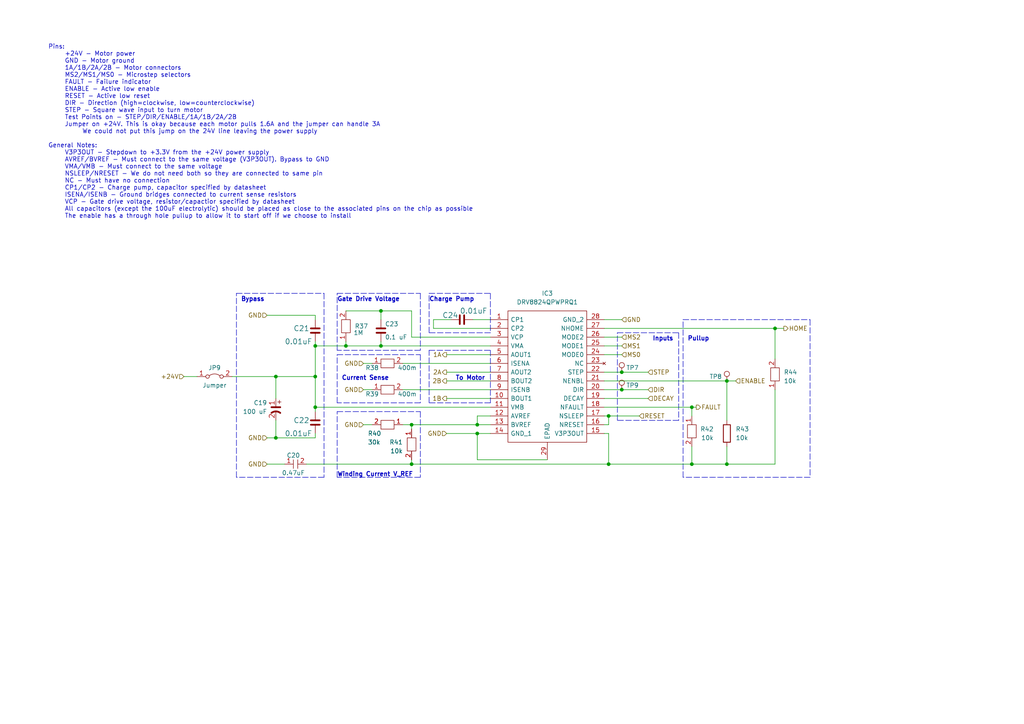
<source format=kicad_sch>
(kicad_sch (version 20211123) (generator eeschema)
  (paper "A4")
  (title_block (title "Stepper Subsystem") (company "The Great Gambit"))
  (lib_symbols
    (symbol "5010:5010"
      (property "Reference" "TP" (at 2.032 0.762 0))
      (symbol "5010_0_1"
        (circle (center 0 2.032) (radius 0.762))
      )
      (symbol "5010_1_1"
        (pin passive line (at 0 0 90) (length 1.27) (name "") (number ""))
      )
    )
    (symbol "860020573008:860020573008860020573008"
      (property "Reference" "C" (at 0 0 0))
      (property "Value" "860020573008860020573008" (at 0 -6.35 0))
      (symbol "860020573008860020573008_0_1"
        (polyline (pts (xy -3.302 -3.556) (xy -2.286 -3.556)))
        (polyline (pts (xy -2.794 -4.064) (xy -2.794 -3.048)))
        (arc (start 0.381 -1.27) (mid -0.0571 -2.54) (end 0.381 -3.81) (stroke (width 0.508)))
      )
      (symbol "860020573008860020573008_1_1"
        (polyline (pts (xy -1.27 -3.81) (xy -1.27 -1.27)) (stroke (width 0.508)))
        (pin passive line (at -3.81 -2.54 0) (length 2.54) (name "") (number "1"))
        (pin passive line (at 2.54 -2.54 180) (length 2.54) (name "") (number "2"))
      )
    )
    (symbol "C1812X474K2RACAUTO:C1812X474K2RACAUTO" (pin_names (offset 0.762))
      (property "Reference" "C" (at 8.89 6.35 0))
      (property "Value" "C1812X474K2RACAUTO" (at 8.89 3.81 0))
      (symbol "C1812X474K2RACAUTO_0_0"
        (pin passive line (at 0 0 0) (length 2.45) (name "~") (number "1"))
        (pin passive line (at 6.35 0 180) (length 2.45) (name "~") (number "2"))
      )
      (symbol "C1812X474K2RACAUTO_0_1"
        (polyline (pts (xy 2.54 1.27) (xy 2.54 -1.27)) (stroke (width 0.1524)))
        (polyline (pts (xy 3.81 1.27) (xy 3.81 -1.27)) (stroke (width 0.1524)))
      )
    )
    (symbol "CK05BX103K:0.01uF" (pin_numbers hide) (pin_names (offset 1.651) hide)
      (property "Reference" "C" (at 3.81 3.81 0))
      (property "Value" "0.01uF" (at 3.81 -7.62 0))
      (symbol "0.01uF_1_1"
        (polyline (pts (xy 2.54 -1.27) (xy 2.54 1.27)) (stroke (width 0.508)))
        (polyline (pts (xy 3.81 -1.27) (xy 3.81 1.27)) (stroke (width 0.508)))
        (pin passive line (at 0 0 0) (length 2.54) (name "1") (number "1"))
        (pin passive line (at 6.35 0 180) (length 2.54) (name "2") (number "2"))
      )
    )
    (symbol "CL10B104KB8NNC:CL10B104KB8NNNC" (pin_numbers hide) (pin_names (offset 1.651) hide)
      (property "Reference" "C" (at 3.81 2.54 0))
      (property "Value" "CL10B104KB8NNNC" (at 3.81 -7.62 0))
      (symbol "CL10B104KB8NNNC_1_1"
        (polyline (pts (xy 2.54 -1.27) (xy 2.54 1.27)) (stroke (width 0.508)))
        (polyline (pts (xy 3.81 -1.27) (xy 3.81 1.27)) (stroke (width 0.508)))
        (pin passive line (at 0 0 0) (length 2.54) (name "1") (number "1"))
        (pin passive line (at 6.35 0 180) (length 2.54) (name "2") (number "2"))
      )
    )
    (symbol "DRV8824QPWPRQ1:DRV8824QPWPRQ1" (pin_names (offset 0.762))
      (property "Reference" "IC" (at 29.21 7.62 0))
      (property "Value" "DRV8824QPWPRQ1" (at 29.21 5.08 0))
      (symbol "DRV8824QPWPRQ1_0_0"
        (pin passive line (at 0 0 0) (length 5.08) (name "CP1") (number "1"))
        (pin passive line (at 0 -22.86 0) (length 5.08) (name "BOUT1") (number "10"))
        (pin passive line (at 0 -25.4 0) (length 5.08) (name "VMB") (number "11"))
        (pin passive line (at 0 -27.94 0) (length 5.08) (name "AVREF") (number "12"))
        (pin passive line (at 0 -30.48 0) (length 5.08) (name "BVREF") (number "13"))
        (pin passive line (at 0 -33.02 0) (length 5.08) (name "GND_1") (number "14"))
        (pin passive line (at 33.02 -33.02 180) (length 5.08) (name "V3P3OUT") (number "15"))
        (pin passive line (at 33.02 -30.48 180) (length 5.08) (name "NRESET") (number "16"))
        (pin passive line (at 33.02 -27.94 180) (length 5.08) (name "NSLEEP") (number "17"))
        (pin passive line (at 33.02 -25.4 180) (length 5.08) (name "NFAULT") (number "18"))
        (pin passive line (at 33.02 -22.86 180) (length 5.08) (name "DECAY") (number "19"))
        (pin passive line (at 0 -2.54 0) (length 5.08) (name "CP2") (number "2"))
        (pin passive line (at 33.02 -20.32 180) (length 5.08) (name "DIR") (number "20"))
        (pin passive line (at 33.02 -17.78 180) (length 5.08) (name "NENBL") (number "21"))
        (pin passive line (at 33.02 -15.24 180) (length 5.08) (name "STEP") (number "22"))
        (pin no_connect line (at 33.02 -12.7 180) (length 5.08) (name "NC") (number "23"))
        (pin passive line (at 33.02 -10.16 180) (length 5.08) (name "MODE0") (number "24"))
        (pin passive line (at 33.02 -7.62 180) (length 5.08) (name "MODE1") (number "25"))
        (pin passive line (at 33.02 -5.08 180) (length 5.08) (name "MODE2") (number "26"))
        (pin passive line (at 33.02 -2.54 180) (length 5.08) (name "NHOME") (number "27"))
        (pin passive line (at 33.02 0 180) (length 5.08) (name "GND_2") (number "28"))
        (pin passive line (at 16.51 -40.64 90) (length 5.08) (name "EPAD") (number "29"))
        (pin passive line (at 0 -5.08 0) (length 5.08) (name "VCP") (number "3"))
        (pin passive line (at 0 -7.62 0) (length 5.08) (name "VMA") (number "4"))
        (pin passive line (at 0 -10.16 0) (length 5.08) (name "AOUT1") (number "5"))
        (pin passive line (at 0 -12.7 0) (length 5.08) (name "ISENA") (number "6"))
        (pin passive line (at 0 -15.24 0) (length 5.08) (name "AOUT2") (number "7"))
        (pin passive line (at 0 -17.78 0) (length 5.08) (name "BOUT2") (number "8"))
        (pin passive line (at 0 -20.32 0) (length 5.08) (name "ISENB") (number "9"))
      )
      (symbol "DRV8824QPWPRQ1_0_1"
        (polyline (pts (xy 5.08 2.54) (xy 27.94 2.54) (xy 27.94 -35.56) (xy 5.08 -35.56) (xy 5.08 2.54)) (stroke (width 0.1524)))
      )
    )
    (symbol "Device:R" (pin_numbers hide) (pin_names (offset 0))
      (property "Reference" "R" (at 2.032 0 90))
      (property "Value" "R" (at 0 0 90))
      (symbol "R_0_1"
        (rectangle (start -1.016 -2.54) (end 1.016 2.54) (stroke (width 0.254)))
      )
      (symbol "R_1_1"
        (pin passive line (at 0 3.81 270) (length 1.27) (name "~") (number "1"))
        (pin passive line (at 0 -3.81 90) (length 1.27) (name "~") (number "2"))
      )
    )
    (symbol "ERJ-PB6B3002V:ERJ-PB6B3002V" (pin_names (offset 0.762))
      (property "Reference" "R" (at 13.97 6.35 0))
      (property "Value" "ERJ-PB6B3002V" (at 13.97 3.81 0))
      (symbol "ERJ-PB6B3002V_0_0"
        (pin passive line (at 0 0 0) (length 2.45) (name "~") (number "1"))
        (pin passive line (at 8.89 0 180) (length 2.45) (name "~") (number "2"))
      )
      (symbol "ERJ-PB6B3002V_0_1"
        (polyline (pts (xy 2.54 1.27) (xy 6.35 1.27) (xy 6.35 -1.27) (xy 2.54 -1.27) (xy 2.54 1.27)) (stroke (width 0.1524)))
      )
    )
    (symbol "PH1-02-UA:PH1-02-UA"
      (property "Reference" "JP" (at 0 0 0))
      (property "Value" "PH1-02-UA" (at 0 0 0))
      (symbol "PH1-02-UA_0_0"
        (circle (center -2.032 2.54) (radius 0.508))
        (circle (center 2.032 2.54) (radius 0.508))
      )
      (symbol "PH1-02-UA_0_1"
        (arc (start 1.524 2.794) (mid 0 3.302) (end -1.524 2.794))
      )
      (symbol "PH1-02-UA_1_1"
        (pin passive line (at -5.08 2.54 0) (length 2.54) (name "") (number "1"))
        (pin passive line (at 5.08 2.54 180) (length 2.54) (name "") (number "2"))
      )
    )
    (symbol "RMCF1206FT10K0:10k" (pin_names (offset 0.762))
      (property "Reference" "R" (at 13.97 6.35 0))
      (property "Value" "10k" (at 13.97 3.81 0))
      (symbol "10k_0_0"
        (pin passive line (at 0 0 0) (length 2.45) (name "~") (number "1"))
        (pin passive line (at 8.89 0 180) (length 2.45) (name "~") (number "2"))
      )
      (symbol "10k_0_1"
        (polyline (pts (xy 2.54 1.27) (xy 6.35 1.27) (xy 6.35 -1.27) (xy 2.54 -1.27) (xy 2.54 1.27)) (stroke (width 0.1524)))
      )
    )
    (symbol "TNPV08051M00BEEA:TNPV08051M00BEEA" (pin_names (offset 0.762))
      (property "Reference" "R" (at 13.97 6.35 0))
      (symbol "TNPV08051M00BEEA_0_0"
        (pin passive line (at 0 0 0) (length 2.45) (name "~") (number "1"))
        (pin passive line (at 8.89 0 180) (length 2.45) (name "~") (number "2"))
      )
      (symbol "TNPV08051M00BEEA_0_1"
        (polyline (pts (xy 2.54 1.27) (xy 6.35 1.27) (xy 6.35 -1.27) (xy 2.54 -1.27) (xy 2.54 1.27)) (stroke (width 0.1524)))
      )
    )
    (symbol "WSL2010R4000FEA:WSL2010R4000FEA" (pin_names (offset 0.762))
      (property "Reference" "R" (at 13.97 6.35 0))
      (property "Value" "WSL2010R4000FEA" (at 13.97 3.81 0))
      (symbol "WSL2010R4000FEA_0_0"
        (pin passive line (at 0 0 0) (length 2.45) (name "~") (number "1"))
        (pin passive line (at 8.89 0 180) (length 2.45) (name "~") (number "2"))
      )
      (symbol "WSL2010R4000FEA_0_1"
        (polyline (pts (xy 2.54 1.27) (xy 6.35 1.27) (xy 6.35 -1.27) (xy 2.54 -1.27) (xy 2.54 1.27)) (stroke (width 0.1524)))
      )
    )
  )
  (junction (at 110.49 90.17))
  (junction (at 80.01 127))
  (junction (at 119.38 134.62))
  (junction (at 176.53 134.62))
  (junction (at 91.44 100.33))
  (junction (at 224.79 95.25))
  (junction (at 210.82 134.62))
  (junction (at 119.38 123.19))
  (junction (at 180.34 107.95))
  (junction (at 200.66 134.62))
  (junction (at 91.44 109.22))
  (junction (at 91.44 118.11))
  (junction (at 200.66 118.11))
  (junction (at 176.53 120.65))
  (junction (at 138.43 125.73))
  (junction (at 100.33 100.33))
  (junction (at 138.43 123.19))
  (junction (at 80.01 109.22))
  (junction (at 210.82 110.49))
  (junction (at 180.34 113.03))
  (junction (at 110.49 100.33))
  (wire (pts (xy 119.38 133.35) (xy 119.38 134.62)))
  (polyline (pts (xy 121.92 85.09) (xy 121.92 101.6)))
  (wire (pts (xy 110.49 100.33) (xy 142.24 100.33)))
  (wire (pts (xy 119.38 134.62) (xy 176.53 134.62)))
  (wire (pts (xy 175.26 100.33) (xy 180.34 100.33)))
  (polyline (pts (xy 198.12 92.71) (xy 234.95 92.71)))
  (wire (pts (xy 125.73 95.25) (xy 142.24 95.25)))
  (wire (pts (xy 200.66 134.62) (xy 210.82 134.62)))
  (polyline (pts (xy 97.79 102.87) (xy 121.92 102.87)))
  (polyline (pts (xy 142.24 116.84) (xy 124.46 116.84)))
  (wire (pts (xy 116.84 123.19) (xy 119.38 123.19)))
  (wire (pts (xy 119.38 123.19) (xy 119.38 124.46)))
  (wire (pts (xy 129.54 107.95) (xy 142.24 107.95)))
  (wire (pts (xy 80.01 127) (xy 91.44 127)))
  (wire (pts (xy 175.26 102.87) (xy 180.34 102.87)))
  (wire (pts (xy 175.26 123.19) (xy 176.53 123.19)))
  (polyline (pts (xy 97.79 138.43) (xy 97.79 119.38)))
  (wire (pts (xy 53.34 109.22) (xy 57.15 109.22)))
  (wire (pts (xy 91.44 125.73) (xy 91.44 127)))
  (wire (pts (xy 100.33 100.33) (xy 110.49 100.33)))
  (polyline (pts (xy 124.46 101.6) (xy 142.24 101.6)))
  (polyline (pts (xy 142.24 96.52) (xy 124.46 96.52)))
  (wire (pts (xy 176.53 134.62) (xy 200.66 134.62)))
  (wire (pts (xy 200.66 120.65) (xy 200.66 118.11)))
  (wire (pts (xy 175.26 115.57) (xy 187.96 115.57)))
  (polyline (pts (xy 68.58 138.43) (xy 68.58 85.09)))
  (wire (pts (xy 210.82 110.49) (xy 213.36 110.49)))
  (polyline (pts (xy 196.85 96.52) (xy 196.85 121.92)))
  (polyline (pts (xy 198.12 138.43) (xy 198.12 92.71)))
  (wire (pts (xy 91.44 109.22) (xy 91.44 100.33)))
  (wire (pts (xy 91.44 91.44) (xy 91.44 92.71)))
  (wire (pts (xy 210.82 134.62) (xy 224.79 134.62)))
  (polyline (pts (xy 234.95 138.43) (xy 198.12 138.43)))
  (wire (pts (xy 88.9 134.62) (xy 119.38 134.62)))
  (wire (pts (xy 175.26 107.95) (xy 180.34 107.95)))
  (wire (pts (xy 67.31 109.22) (xy 80.01 109.22)))
  (wire (pts (xy 77.47 134.62) (xy 82.55 134.62)))
  (wire (pts (xy 138.43 123.19) (xy 138.43 120.65)))
  (wire (pts (xy 175.26 97.79) (xy 180.34 97.79)))
  (wire (pts (xy 137.16 92.71) (xy 142.24 92.71)))
  (wire (pts (xy 224.79 95.25) (xy 224.79 104.14)))
  (wire (pts (xy 125.73 92.71) (xy 130.81 92.71)))
  (wire (pts (xy 100.33 99.06) (xy 100.33 100.33)))
  (wire (pts (xy 129.54 110.49) (xy 142.24 110.49)))
  (polyline (pts (xy 93.98 138.43) (xy 68.58 138.43)))
  (polyline (pts (xy 234.95 92.71) (xy 234.95 138.43)))
  (wire (pts (xy 138.43 120.65) (xy 142.24 120.65)))
  (wire (pts (xy 138.43 133.35) (xy 138.43 125.73)))
  (wire (pts (xy 91.44 109.22) (xy 91.44 118.11)))
  (wire (pts (xy 175.26 95.25) (xy 224.79 95.25)))
  (wire (pts (xy 80.01 121.92) (xy 80.01 127)))
  (polyline (pts (xy 179.07 121.92) (xy 179.07 96.52)))
  (wire (pts (xy 110.49 90.17) (xy 110.49 92.71)))
  (polyline (pts (xy 196.85 121.92) (xy 179.07 121.92)))
  (polyline (pts (xy 97.79 85.09) (xy 121.92 85.09)))
  (polyline (pts (xy 142.24 101.6) (xy 142.24 116.84)))
  (wire (pts (xy 91.44 100.33) (xy 100.33 100.33)))
  (polyline (pts (xy 68.58 85.09) (xy 93.98 85.09)))
  (polyline (pts (xy 97.79 101.6) (xy 97.79 85.09)))
  (polyline (pts (xy 142.24 85.09) (xy 142.24 96.52)))
  (polyline (pts (xy 124.46 116.84) (xy 124.46 101.6)))
  (wire (pts (xy 110.49 99.06) (xy 110.49 100.33)))
  (wire (pts (xy 175.26 118.11) (xy 200.66 118.11)))
  (wire (pts (xy 158.75 133.35) (xy 138.43 133.35)))
  (polyline (pts (xy 93.98 85.09) (xy 93.98 138.43)))
  (wire (pts (xy 129.54 115.57) (xy 142.24 115.57)))
  (wire (pts (xy 175.26 125.73) (xy 176.53 125.73)))
  (wire (pts (xy 91.44 99.06) (xy 91.44 100.33)))
  (wire (pts (xy 80.01 109.22) (xy 91.44 109.22)))
  (wire (pts (xy 138.43 123.19) (xy 142.24 123.19)))
  (wire (pts (xy 116.84 113.03) (xy 142.24 113.03)))
  (wire (pts (xy 175.26 110.49) (xy 210.82 110.49)))
  (wire (pts (xy 176.53 120.65) (xy 185.42 120.65)))
  (polyline (pts (xy 124.46 85.09) (xy 142.24 85.09)))
  (wire (pts (xy 224.79 113.03) (xy 224.79 134.62)))
  (polyline (pts (xy 97.79 116.84) (xy 97.79 102.87)))
  (wire (pts (xy 138.43 125.73) (xy 142.24 125.73)))
  (wire (pts (xy 176.53 125.73) (xy 176.53 134.62)))
  (wire (pts (xy 119.38 97.79) (xy 119.38 90.17)))
  (wire (pts (xy 200.66 118.11) (xy 201.93 118.11)))
  (wire (pts (xy 110.49 90.17) (xy 119.38 90.17)))
  (wire (pts (xy 91.44 119.38) (xy 91.44 118.11)))
  (wire (pts (xy 180.34 92.71) (xy 175.26 92.71)))
  (polyline (pts (xy 121.92 138.43) (xy 97.79 138.43)))
  (polyline (pts (xy 121.92 101.6) (xy 97.79 101.6)))
  (wire (pts (xy 105.41 105.41) (xy 107.95 105.41)))
  (polyline (pts (xy 121.92 119.38) (xy 121.92 138.43)))
  (polyline (pts (xy 121.92 102.87) (xy 121.92 116.84)))
  (wire (pts (xy 77.47 91.44) (xy 91.44 91.44)))
  (polyline (pts (xy 97.79 119.38) (xy 121.92 119.38)))
  (wire (pts (xy 210.82 110.49) (xy 210.82 121.92)))
  (wire (pts (xy 80.01 109.22) (xy 80.01 115.57)))
  (wire (pts (xy 129.54 102.87) (xy 142.24 102.87)))
  (wire (pts (xy 77.47 127) (xy 80.01 127)))
  (wire (pts (xy 142.24 118.11) (xy 91.44 118.11)))
  (wire (pts (xy 175.26 120.65) (xy 176.53 120.65)))
  (wire (pts (xy 175.26 113.03) (xy 180.34 113.03)))
  (wire (pts (xy 119.38 97.79) (xy 142.24 97.79)))
  (wire (pts (xy 180.34 107.95) (xy 187.96 107.95)))
  (wire (pts (xy 105.41 113.03) (xy 107.95 113.03)))
  (wire (pts (xy 116.84 105.41) (xy 142.24 105.41)))
  (wire (pts (xy 224.79 95.25) (xy 227.33 95.25)))
  (polyline (pts (xy 124.46 96.52) (xy 124.46 85.09)))
  (wire (pts (xy 180.34 113.03) (xy 187.96 113.03)))
  (wire (pts (xy 210.82 129.54) (xy 210.82 134.62)))
  (wire (pts (xy 100.33 90.17) (xy 110.49 90.17)))
  (wire (pts (xy 119.38 123.19) (xy 138.43 123.19)))
  (wire (pts (xy 176.53 120.65) (xy 176.53 123.19)))
  (polyline (pts (xy 179.07 96.52) (xy 196.85 96.52)))
  (wire (pts (xy 200.66 129.54) (xy 200.66 134.62)))
  (wire (pts (xy 105.41 123.19) (xy 107.95 123.19)))
  (polyline (pts (xy 121.92 116.84) (xy 97.79 116.84)))
  (wire (pts (xy 129.54 125.73) (xy 138.43 125.73)))
  (wire (pts (xy 125.73 95.25) (xy 125.73 92.71)))
  (text "Pullup" (at 199.39 99.06 0) (effects (font (size 1.27 1.27) bold) (justify left bottom)))
  (text "Pins:\n	+24V - Motor power\n	GND - Motor ground\n	1A/1B/2A/2B - Motor connectors\n	MS2/MS1/MS0 - Microstep selectors\n	FAULT - Failure indicator\n	ENABLE - Active low enable\n	RESET - Active low reset\n	DIR - Direction (high=clockwise, low=counterclockwise)\n	STEP - Square wave input to turn motor\n	Test Points on - STEP/DIR/ENABLE/1A/1B/2A/2B\n	Jumper on +24V. This is okay because each motor pulls 1.6A and the jumper can handle 3A\n		We could not put this jump on the 24V line leaving the power supply\n\nGeneral Notes:\n	V3P3OUT - Stepdown to +3.3V from the +24V power supply\n	AVREF/BVREF - Must connect to the same voltage (V3P3OUT). Bypass to GND\n	VMA/VMB - Must connect to the same voltage\n	NSLEEP/NRESET - We do not need both so they are connected to same pin\n	NC - Must have no connection\n	CP1/CP2 - Charge pump, capacitor specified by datasheet\n	ISENA/ISENB - Ground bridges connected to current sense resistors\n	VCP - Gate drive voltage, resistor/capactior specified by datasheet\n	All capacitors (except the 100uF electrolytic) should be placed as close to the associated pins on the chip as possible\n	The enable has a through hole pullup to allow it to start off if we choose to install" (at 13.97 63.5 0) (effects (font (size 1.27 1.27)) (justify left bottom)))
  (text "Charge Pump" (at 124.46 87.63 0) (effects (font (size 1.27 1.27) bold) (justify left bottom)))
  (text "Winding Current V_REF" (at 97.79 138.43 0) (effects (font (size 1.27 1.27) bold) (justify left bottom)))
  (text "To Motor" (at 132.08 110.49 0) (effects (font (size 1.27 1.27) bold) (justify left bottom)))
  (text "Current Sense" (at 99.06 110.49 0) (effects (font (size 1.27 1.27) bold) (justify left bottom)))
  (text "Gate Drive Voltage" (at 97.79 87.63 0) (effects (font (size 1.27 1.27) bold) (justify left bottom)))
  (text "Inputs" (at 189.23 99.06 0) (effects (font (size 1.27 1.27) bold) (justify left bottom)))
  (text "Bypass" (at 69.85 87.63 0) (effects (font (size 1.27 1.27) (thickness 0.254) bold) (justify left bottom)))
  (hierarchical_label "GND" (shape input) (at 105.41 105.41 180))
  (hierarchical_label "GND" (shape input) (at 77.47 134.62 180))
  (hierarchical_label "DECAY" (shape input) (at 187.96 115.57 0))
  (hierarchical_label "GND" (shape input) (at 77.47 91.44 180))
  (hierarchical_label "STEP" (shape input) (at 187.96 107.95 0))
  (hierarchical_label "+24V" (shape input) (at 53.34 109.22 180))
  (hierarchical_label "1A" (shape output) (at 129.54 102.87 180))
  (hierarchical_label "GND" (shape input) (at 105.41 113.03 180))
  (hierarchical_label "2A" (shape output) (at 129.54 107.95 180))
  (hierarchical_label "GND" (shape input) (at 129.54 125.73 180))
  (hierarchical_label "1B" (shape output) (at 129.54 115.57 180))
  (hierarchical_label "MS2" (shape input) (at 180.34 97.79 0))
  (hierarchical_label "GND" (shape input) (at 105.41 123.19 180))
  (hierarchical_label "FAULT" (shape output) (at 201.93 118.11 0))
  (hierarchical_label "DIR" (shape input) (at 187.96 113.03 0))
  (hierarchical_label "MS1" (shape input) (at 180.34 100.33 0))
  (hierarchical_label "RESET" (shape input) (at 185.42 120.65 0))
  (hierarchical_label "HOME" (shape output) (at 227.33 95.25 0))
  (hierarchical_label "GND" (shape input) (at 77.47 127 180))
  (hierarchical_label "ENABLE" (shape input) (at 213.36 110.49 0))
  (hierarchical_label "2B" (shape output) (at 129.54 110.49 180))
  (hierarchical_label "GND" (shape input) (at 180.34 92.71 0))
  (hierarchical_label "MS0" (shape input) (at 180.34 102.87 0))
  (symbol (lib_id "CK05BX103K:0.01uF") (at 137.16 92.71 180) (unit 1)
    (property "Reference" "C24" (at 128.27 91.44 0) (effects (font (size 1.524 1.524)) (justify right)))
    (property "Value" "0.01uF" (at 133.35 90.17 0) (effects (font (size 1.524 1.524)) (justify right)))
    (property "Footprint" "CK05BX103K:CK05BX103K" (effects hide))
    (property "Datasheet" "https://datasheets.kyocera-avx.com/CK05-06.pdf" (effects hide))
    (property "Manufacturer's Part Number" "CK05BX103K" (effects hide))
    (property "Digikey Part Number" "1010-1197-ND" (effects hide))
    (property "Mouser Part Number" "Not Assigned" (effects hide))
    (property "Digikey Link" "https://www.digikey.com/en/products/detail/kyocera-avx/CK05BX103K/3451931" (effects hide))
    (property "Mouser Link" "https://www.mouser.com/ProductDetail/KYOCERA-AVX/CK05BX103K?qs=WwexrJtrrDFxmr5RcSTKmA%3D%3D" (effects hide))
  )
  (symbol (lib_id "C1812X474K2RACAUTO:C1812X474K2RACAUTO") (at 82.55 134.62 0) (unit 1)
    (property "Reference" "C20" (at 85.09 132.08 0))
    (property "Value" "0.47uF" (at 85.09 137.16 0))
    (property "Footprint" "C1812X474K2RACAUTO:C1812_FT" (effects hide))
    (property "Datasheet" "https://content.kemet.com/datasheets/KEM_C1078_X7R_FT-CAP_AUTO_SMD.pdf" (effects hide))
    (property "Manufacturer's Part Number" "C1812X474K2RACAUTO" (effects hide))
    (property "Digikey Part Number" "399-C1812X474K2RACAUTOCT-ND" (effects hide))
    (property "Mouser Part Number" "80-C1812X474K2RAUTO" (effects hide))
    (property "Digikey Link" "https://www.digikey.com/en/products/detail/kemet/C1812X474K2RACAUTO/16524871?s=N4IgTCBcDaIMIEYAcCwA0AsB2DBpMASgIJxECqAKgPIAEIAugL5A" (effects hide))
    (property "Mouser Link" "https://www.mouser.com/ProductDetail/KEMET/C1812X474K2RACAUTO?qs=ds50AKTGxA83cwzvgPK8QA%3D%3D" (effects hide))
  )
  (symbol (lib_id "ERJ-PB6B3002V:ERJ-PB6B3002V") (at 116.84 123.19 180) (unit 1)
    (property "Reference" "R40" (at 106.68 125.73 0) (effects (justify right)))
    (property "Value" "30k" (at 106.68 128.27 0) (effects (justify right)))
    (property "Footprint" "ERJ-PB6B3002V:RESC2012X70N" (effects hide))
    (property "Datasheet" "https://componentsearchengine.com/Datasheets/1/ERJ-PB6B3002V.pdf" (effects hide))
    (property "Manufacturer's Part Number" "ERJ-PB6B3002V" (effects hide))
    (property "Digikey Part Number" "P20760CT-ND" (effects hide))
    (property "Mouser Part Number" "667-ERJ-PB6B3002V" (effects hide))
    (property "Digikey Link" "https://www.digikey.com/en/products/detail/panasonic-electronic-components/ERJ-PB6B3002V/6213543?s=N4IgTCBcDaIAQFEBKApAtABQEIDYsGYAGQsANRAF0BfIA" (effects hide))
    (property "Mouser Link" "https://www.mouser.com/ProductDetail/Panasonic/ERJ-PB6B3002V?qs=sGAEpiMZZMtlubZbdhIBIMNI7sOfyRuJNHbwN0luP1g%3D" (effects hide))
  )
  (symbol (lib_id "CK05BX103K:0.01uF") (at 91.44 99.06 90) (unit 1)
    (property "Reference" "C21" (at 85.09 95.25 90) (effects (font (size 1.524 1.524)) (justify right)))
    (property "Value" "0.01uF" (at 82.55 99.06 90) (effects (font (size 1.524 1.524)) (justify right)))
    (property "Footprint" "CK05BX103K:CK05BX103K" (effects hide))
    (property "Datasheet" "https://datasheets.kyocera-avx.com/CK05-06.pdf" (effects hide))
    (property "Manufacturer's Part Number" "CK05BX103K" (effects hide))
    (property "Digikey Part Number" "1010-1197-ND" (effects hide))
    (property "Mouser Part Number" "Not Assigned" (effects hide))
    (property "Digikey Link" "https://www.digikey.com/en/products/detail/kyocera-avx/CK05BX103K/3451931" (effects hide))
    (property "Mouser Link" "https://www.mouser.com/ProductDetail/KYOCERA-AVX/CK05BX103K?qs=WwexrJtrrDFxmr5RcSTKmA%3D%3D" (effects hide))
  )
  (symbol (lib_id "CK05BX103K:0.01uF") (at 91.44 125.73 90) (unit 1)
    (property "Reference" "C22" (at 85.09 121.92 90) (effects (font (size 1.524 1.524)) (justify right)))
    (property "Value" "0.01uF" (at 82.55 125.73 90) (effects (font (size 1.524 1.524)) (justify right)))
    (property "Footprint" "CK05BX103K:CK05BX103K" (effects hide))
    (property "Datasheet" "https://datasheets.kyocera-avx.com/CK05-06.pdf" (effects hide))
    (property "Manufacturer's Part Number" "CK05BX103K" (effects hide))
    (property "Digikey Part Number" "1010-1197-ND" (effects hide))
    (property "Mouser Part Number" "Not Assigned" (effects hide))
    (property "Digikey Link" "https://www.digikey.com/en/products/detail/kyocera-avx/CK05BX103K/3451931" (effects hide))
    (property "Mouser Link" "https://www.mouser.com/ProductDetail/KYOCERA-AVX/CK05BX103K?qs=WwexrJtrrDFxmr5RcSTKmA%3D%3D" (effects hide))
  )
  (symbol (lib_id "5010:5010") (at 180.34 107.95 0) (unit 1)
    (property "Reference" "TP7" (at 181.61 106.68 0) (effects (justify left)))
    (property "Value" "TestPoint" (effects hide))
    (property "Footprint" "TestPoint:TestPoint_Keystone_5010-5014_Multipurpose" (effects hide))
    (property "Datasheet" "https://www.keyelco.com/userAssets/file/M65p56.pdf" (effects hide))
    (property "Digikey Part Number" "36-5010-ND" (effects hide))
    (property "Manufacturer's Part Number" "5010" (effects hide))
    (property "Mouser Part Number" "534-5010" (effects hide))
    (property "Digikey Link" "https://www.digikey.com/en/products/detail/keystone-electronics/5010/255332?s=N4IgTCBcDaIMwDYC0BWADARjUgcgERAF0BfIAhttps://www.digikey.com/en/products/detail/keystone-electronics/5010/255332?s=N4IgTCBcDaIMwDYC0BWADARjUgcgERAF0BfIA" (effects hide))
    (property "Mouser Link" "https://www.mouser.com/ProductDetail/Keystone-Electronics/5010?qs=qOqV1E1P08SzD%252BWfk1wMXQ%3D%3D" (effects hide))
  )
  (symbol (lib_id "DRV8824QPWPRQ1:DRV8824QPWPRQ1") (at 142.24 92.71 0) (unit 1)
    (property "Reference" "IC3" (at 158.75 85.09 0))
    (property "Value" "DRV8824QPWPRQ1" (at 158.75 87.63 0))
    (property "Footprint" "DRV8824QPWPRQ1:DRV8824QPWPRQ1" (effects hide))
    (property "Datasheet" "http://www.ti.com/lit/gpn/drv8824-q1" (effects hide))
    (property "Manufacturer's Part Number" "DRV8824QPWPRQ1" (effects hide))
    (property "Digikey Part Number" "296-45030-1-ND" (effects hide))
    (property "Mouser Part Number" "595-DRV8824QPWPRQ1" (effects hide))
    (property "Digikey Link" "https://www.digikey.com/en/products/detail/texas-instruments/DRV8824QPWPRQ1/4832847?s=N4IgTCBcDaICICUBqAOFYAsBFACgdRwSwEYQBdAXyA" (effects hide))
    (property "Mouser Link" "https://www.mouser.com/ProductDetail/Texas-Instruments/DRV8824QPWPRQ1?qs=MJut%252BdqOEgi82YN%2FoMkwBg%3D%3D" (effects hide))
  )
  (symbol (lib_id "PH1-02-UA:PH1-02-UA") (at 62.23 111.76 0) (unit 1)
    (property "Reference" "JP9" (at 62.23 106.68 0))
    (property "Value" "Jumper" (at 62.23 111.76 0))
    (property "Footprint" "TestPoint:TestPoint_2Pads_Pitch2.54mm_Drill0.8mm" (effects hide))
    (property "Datasheet" "https://app.adam-tech.com/products/download/data_sheet/201605/ph1-xx-ua-data-sheet.pdf" (effects hide))
    (property "Digikey Part Number" "2057-PH1-02-UA-ND" (effects hide))
    (property "Digikey Link" "https://www.digikey.com/en/products/detail/adam-tech/PH1-02-UA/9830266?s=N4IgTCBcDa4AwFYDsBaACgCQIwrmFAqgIIoByAIiALoC%2BQA" (effects hide))
    (property "Manufacturer's Part Number" "PH1-02-UA" (effects hide))
  )
  (symbol (lib_id "TNPV08051M00BEEA:TNPV08051M00BEEA") (at 100.33 99.06 90) (unit 1)
    (property "Reference" "R37" (at 102.87 94.6149 90) (effects (justify right)))
    (property "Value" "1M" (at 105.41 96.52 90) (effects (justify left)))
    (property "Footprint" "TNPV08051M00BEEA:TNPV0805180KBEEA" (effects hide))
    (property "Datasheet" "https://www.vishay.com/docs/28881/tnpve3.pdf" (effects hide))
    (property "Manufacturer's Part Number" "TNPV08051M00BEEA" (effects hide))
    (property "Digikey Part Number" "541-TNPV08051M00BEEACT-ND" (effects hide))
    (property "Mouser Part Number" "71-TNPV08051M00BEEA" (effects hide))
    (property "Digikey Link" "https://www.digikey.com/en/products/detail/vishay-dale/TNPV08051M00BEEA/15964440?s=N4IgTCBcDaICoDkAKA1ADADjQVgIwFk00AhAUVIEEACEAXQF8g" (effects hide))
    (property "Mouser Link" "https://www.mouser.com/ProductDetail/Vishay/TNPV08051M00BEEA?qs=sGAEpiMZZMtlubZbdhIBIJBDgjsVQBFlFxyBWTrJLlg%3D" (effects hide))
  )
  (symbol (lib_id "860020573008:860020573008860020573008") (at 77.47 119.38 90) (mirror x) (unit 1)
    (property "Reference" "C19" (at 77.47 116.84 90) (effects (justify left)))
    (property "Value" "100 uF" (at 77.47 119.38 90) (effects (justify left)))
    (property "Footprint" "Capacitor_THT:C_Radial_D6.3mm_H5.0mm_P2.50mm" (effects hide))
    (property "Datasheet" "https://www.we-online.com/katalog/datasheet/860020573008.pdf" (effects hide))
    (property "Manufacturer's Part Number" "860020573008" (effects hide))
    (property "Digikey Part Number" "732-8942-1-ND" (effects hide))
    (property "Mouser Part Number" "710-860020573008" (effects hide))
    (property "Digikey Link" "https://www.digikey.com/en/products/detail/w%C3%BCrth-elektronik/860020573008/5727177?s=N4IgTCBcDaIOwGYwFoAcBOALCgjMgcgCIgC6AvkA" (effects hide))
    (property "Mouser Link" "https://www.mouser.com/ProductDetail/Wurth-Elektronik/860020573008?qs=0KOYDY2FL2%2FoGR9eInsheg%3D%3Dhttps://www.mouser.com/ProductDetail/Wurth-Elektronik/860020573008?qs=0KOYDY2FL2%2FoGR9eInsheg%3D%3D" (effects hide))
  )
  (symbol (lib_id "5010:5010") (at 180.34 113.03 0) (unit 1)
    (property "Reference" "TP9" (at 181.61 111.76 0) (effects (justify left)))
    (property "Value" "TestPoint" (effects hide))
    (property "Footprint" "TestPoint:TestPoint_Keystone_5010-5014_Multipurpose" (effects hide))
    (property "Datasheet" "https://www.keyelco.com/userAssets/file/M65p56.pdf" (effects hide))
    (property "Digikey Part Number" "36-5010-ND" (effects hide))
    (property "Manufacturer's Part Number" "5010" (effects hide))
    (property "Mouser Part Number" "534-5010" (effects hide))
    (property "Digikey Link" "https://www.digikey.com/en/products/detail/keystone-electronics/5010/255332?s=N4IgTCBcDaIMwDYC0BWADARjUgcgERAF0BfIAhttps://www.digikey.com/en/products/detail/keystone-electronics/5010/255332?s=N4IgTCBcDaIMwDYC0BWADARjUgcgERAF0BfIA" (effects hide))
    (property "Mouser Link" "https://www.mouser.com/ProductDetail/Keystone-Electronics/5010?qs=qOqV1E1P08SzD%252BWfk1wMXQ%3D%3D" (effects hide))
  )
  (symbol (lib_id "RMCF1206FT10K0:10k") (at 200.66 120.65 270) (unit 1)
    (property "Reference" "R42" (at 207.01 124.46 90) (effects (justify right)))
    (property "Value" "10k" (at 207.01 127 90) (effects (justify right)))
    (property "Footprint" "RMCF1206FT10K0:RMCF1206FT10K0" (effects hide))
    (property "Datasheet" "https://www.seielect.com/catalog/sei-rmcf_rmcp.pdf" (effects hide))
    (property "Manufacturer's Part Number" "RMCF1206FT10K0" (effects hide))
    (property "Digikey Part Number" "RMCF1206FT10K0CT-ND" (effects hide))
    (property "Digikey Link" "https://www.digikey.com/en/products/detail/stackpole-electronics-inc/RMCF1206FT10K0/1759669" (effects hide))
  )
  (symbol (lib_id "WSL2010R4000FEA:WSL2010R4000FEA") (at 107.95 105.41 0) (unit 1)
    (property "Reference" "R38" (at 107.95 106.68 0))
    (property "Value" "400m" (at 118.11 106.68 0))
    (property "Footprint" "WSL2010R4000FEA:RESC5025X88N" (effects hide))
    (property "Datasheet" "https://www.vishay.com/docs/30100/wsl.pdf" (effects hide))
    (property "Manufacturer's Part Number" "WSL2010R4000FEA" (effects hide))
    (property "Digikey Part Number" "WSLE-.40CT-ND" (effects hide))
    (property "Mouser Part Number" "71-WSL2010R4000FEA" (effects hide))
    (property "Digikey Link" "https://www.digikey.com/en/products/detail/vishay-dale/WSL2010R4000FEA/712548" (effects hide))
    (property "Mouser Link" "https://www.mouser.com/ProductDetail/Vishay-Dale/WSL2010R4000FEA?qs=sGAEpiMZZMtlubZbdhIBIKSca06xG7LdOK2%252BQ3kv74w%3D" (effects hide))
  )
  (symbol (lib_id "CL10B104KB8NNC:CL10B104KB8NNNC") (at 110.49 99.06 90) (unit 1)
    (property "Reference" "C23" (at 115.57 93.98 90) (effects (justify left)))
    (property "Value" "0.1 uF" (at 118.11 97.79 90) (effects (justify left)))
    (property "Footprint" "CL10B104KB8NNNC:CL10B104KB8NNNC" (effects hide))
    (property "Datasheet" "https://media.digikey.com/pdf/Data%20Sheets/Samsung%20PDFs/CL10B104KB8NNNC_Spec.pdf" (effects hide))
    (property "Digikey Part Number" "1276-1000-1-ND" (effects hide))
    (property "Mouser Part Number" "187-CL10B104KB8NNNC" (effects hide))
    (property "Digikey Link" "https://www.digikey.com/en/products/detail/samsung-electro-mechanics/CL10B104KB8NNNC/3886658?s=N4IgTCBcDaIMIBkCMAGAQqgLAaTQDgDki4QBdAXyA" (effects hide))
    (property "Mouser Link" "https://www.mouser.com/ProductDetail/Samsung-Electro-Mechanics/CL10B104KB8NNNC?qs=349EhDEZ59rvGc2rLwVOdA%3D%3D" (effects hide))
    (property "Manufacturer's Part Number" "CL10B104KB8NNNC" (effects hide))
  )
  (symbol (lib_id "Device:R") (at 210.82 125.73 0) (unit 1)
    (property "Reference" "R43" (at 213.36 124.4599 0) (effects (justify left)))
    (property "Value" "10k" (at 213.36 126.9999 0) (effects (justify left)))
    (property "Footprint" "Resistor_THT:R_Axial_DIN0207_L6.3mm_D2.5mm_P10.16mm_Horizontal" (effects hide))
    (property "Digikey Link" "FUN Kit" (effects hide))
    (property "Digikey Part Number" "FUN Kit" (effects hide))
    (property "Manufacturer's Part Number" "FUN Kit" (effects hide))
    (property "Mouser Link" "FUN Kit" (effects hide))
  )
  (symbol (lib_id "RMCF1206FT10K0:10k") (at 224.79 113.03 90) (unit 1)
    (property "Reference" "R44" (at 227.33 107.95 90) (effects (justify right)))
    (property "Value" "10k" (at 227.33 110.49 90) (effects (justify right)))
    (property "Footprint" "RMCF1206FT10K0:RMCF1206FT10K0" (effects hide))
    (property "Datasheet" "https://www.seielect.com/catalog/sei-rmcf_rmcp.pdf" (effects hide))
    (property "Manufacturer's Part Number" "RMCF1206FT10K0" (effects hide))
    (property "Digikey Part Number" "RMCF1206FT10K0CT-ND" (effects hide))
    (property "Digikey Link" "https://www.digikey.com/en/products/detail/stackpole-electronics-inc/RMCF1206FT10K0/1759669" (effects hide))
  )
  (symbol (lib_id "WSL2010R4000FEA:WSL2010R4000FEA") (at 107.95 113.03 0) (unit 1)
    (property "Reference" "R39" (at 107.95 114.3 0))
    (property "Value" "400m" (at 118.11 114.3 0))
    (property "Footprint" "WSL2010R4000FEA:RESC5025X88N" (effects hide))
    (property "Datasheet" "https://www.vishay.com/docs/30100/wsl.pdf" (effects hide))
    (property "Manufacturer's Part Number" "WSL2010R4000FEA" (effects hide))
    (property "Digikey Part Number" "WSLE-.40CT-ND" (effects hide))
    (property "Mouser Part Number" "71-WSL2010R4000FEA" (effects hide))
    (property "Digikey Link" "https://www.digikey.com/en/products/detail/vishay-dale/WSL2010R4000FEA/712548" (effects hide))
    (property "Mouser Link" "https://www.mouser.com/ProductDetail/Vishay-Dale/WSL2010R4000FEA?qs=sGAEpiMZZMtlubZbdhIBIKSca06xG7LdOK2%252BQ3kv74w%3D" (effects hide))
  )
  (symbol (lib_id "5010:5010") (at 210.82 110.49 0) (unit 1)
    (property "Reference" "TP8" (at 205.74 109.22 0) (effects (justify left)))
    (property "Value" "TestPoint" (effects hide))
    (property "Footprint" "TestPoint:TestPoint_Keystone_5010-5014_Multipurpose" (effects hide))
    (property "Datasheet" "https://www.keyelco.com/userAssets/file/M65p56.pdf" (effects hide))
    (property "Digikey Part Number" "36-5010-ND" (effects hide))
    (property "Manufacturer's Part Number" "5010" (effects hide))
    (property "Mouser Part Number" "534-5010" (effects hide))
    (property "Digikey Link" "https://www.digikey.com/en/products/detail/keystone-electronics/5010/255332?s=N4IgTCBcDaIMwDYC0BWADARjUgcgERAF0BfIAhttps://www.digikey.com/en/products/detail/keystone-electronics/5010/255332?s=N4IgTCBcDaIMwDYC0BWADARjUgcgERAF0BfIA" (effects hide))
    (property "Mouser Link" "https://www.mouser.com/ProductDetail/Keystone-Electronics/5010?qs=qOqV1E1P08SzD%252BWfk1wMXQ%3D%3D" (effects hide))
  )
  (symbol (lib_id "RMCF1206FT10K0:10k") (at 119.38 124.46 270) (unit 1)
    (property "Reference" "R41" (at 116.84 128.27 90) (effects (justify right)))
    (property "Value" "10k" (at 116.84 130.81 90) (effects (justify right)))
    (property "Footprint" "RMCF1206FT10K0:RMCF1206FT10K0" (effects hide))
    (property "Datasheet" "https://www.seielect.com/catalog/sei-rmcf_rmcp.pdf" (effects hide))
    (property "Manufacturer's Part Number" "RMCF1206FT10K0" (effects hide))
    (property "Digikey Part Number" "RMCF1206FT10K0CT-ND" (effects hide))
    (property "Digikey Link" "https://www.digikey.com/en/products/detail/stackpole-electronics-inc/RMCF1206FT10K0/1759669" (effects hide))
  )
)
</source>
